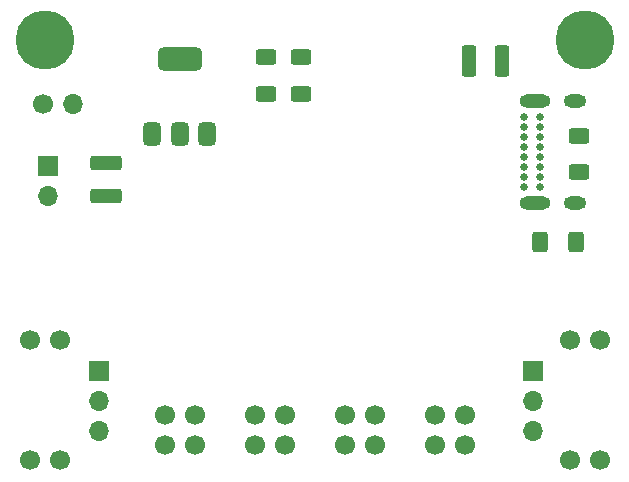
<source format=gbr>
%TF.GenerationSoftware,KiCad,Pcbnew,8.0.4*%
%TF.CreationDate,2024-08-06T00:30:12-04:00*%
%TF.ProjectId,ESP32-C3-BreadBoardAdapter,45535033-322d-4433-932d-427265616442,rev?*%
%TF.SameCoordinates,Original*%
%TF.FileFunction,Soldermask,Bot*%
%TF.FilePolarity,Negative*%
%FSLAX46Y46*%
G04 Gerber Fmt 4.6, Leading zero omitted, Abs format (unit mm)*
G04 Created by KiCad (PCBNEW 8.0.4) date 2024-08-06 00:30:12*
%MOMM*%
%LPD*%
G01*
G04 APERTURE LIST*
G04 Aperture macros list*
%AMRoundRect*
0 Rectangle with rounded corners*
0 $1 Rounding radius*
0 $2 $3 $4 $5 $6 $7 $8 $9 X,Y pos of 4 corners*
0 Add a 4 corners polygon primitive as box body*
4,1,4,$2,$3,$4,$5,$6,$7,$8,$9,$2,$3,0*
0 Add four circle primitives for the rounded corners*
1,1,$1+$1,$2,$3*
1,1,$1+$1,$4,$5*
1,1,$1+$1,$6,$7*
1,1,$1+$1,$8,$9*
0 Add four rect primitives between the rounded corners*
20,1,$1+$1,$2,$3,$4,$5,0*
20,1,$1+$1,$4,$5,$6,$7,0*
20,1,$1+$1,$6,$7,$8,$9,0*
20,1,$1+$1,$8,$9,$2,$3,0*%
G04 Aperture macros list end*
%ADD10C,1.700000*%
%ADD11O,1.700000X1.700000*%
%ADD12C,0.660400*%
%ADD13O,1.905000X1.117600*%
%ADD14O,2.616200X1.117600*%
%ADD15R,1.700000X1.700000*%
%ADD16C,5.000000*%
%ADD17RoundRect,0.250000X-0.625000X0.400000X-0.625000X-0.400000X0.625000X-0.400000X0.625000X0.400000X0*%
%ADD18RoundRect,0.250000X-0.375000X-1.075000X0.375000X-1.075000X0.375000X1.075000X-0.375000X1.075000X0*%
%ADD19RoundRect,0.250000X0.625000X-0.400000X0.625000X0.400000X-0.625000X0.400000X-0.625000X-0.400000X0*%
%ADD20RoundRect,0.250000X0.400000X0.625000X-0.400000X0.625000X-0.400000X-0.625000X0.400000X-0.625000X0*%
%ADD21RoundRect,0.375000X0.375000X-0.625000X0.375000X0.625000X-0.375000X0.625000X-0.375000X-0.625000X0*%
%ADD22RoundRect,0.500000X1.400000X-0.500000X1.400000X0.500000X-1.400000X0.500000X-1.400000X-0.500000X0*%
%ADD23RoundRect,0.250000X-1.075000X0.375000X-1.075000X-0.375000X1.075000X-0.375000X1.075000X0.375000X0*%
G04 APERTURE END LIST*
D10*
%TO.C,J6*%
X114865000Y-64812500D03*
D11*
X117405000Y-64812500D03*
%TD*%
D12*
%TO.C,J2*%
X155582435Y-71835557D03*
X155582435Y-70985556D03*
X155582435Y-70135558D03*
X155582435Y-69285557D03*
X155582435Y-68435556D03*
X155582435Y-67585555D03*
X155582435Y-66735557D03*
X155582435Y-65885556D03*
X156932435Y-65885556D03*
X156932435Y-66735557D03*
X156932435Y-67585555D03*
X156932435Y-68435556D03*
X156932435Y-69285557D03*
X156932435Y-70135558D03*
X156932435Y-70985556D03*
X156932435Y-71835557D03*
D13*
X159947435Y-73185542D03*
X159947435Y-64535572D03*
D14*
X156562436Y-73185557D03*
X156562435Y-64535572D03*
%TD*%
D15*
%TO.C,J4*%
X156340000Y-87400000D03*
D11*
X156340000Y-89940000D03*
X156340000Y-92480000D03*
%TD*%
D15*
%TO.C,J1*%
X115340000Y-70060000D03*
D11*
X115340000Y-72600000D03*
%TD*%
D10*
%TO.C,ESP32-C3*%
X125170000Y-91190000D03*
X125170000Y-93730000D03*
X127710000Y-91190000D03*
X127710000Y-93730000D03*
X132790000Y-91190000D03*
X132790000Y-93730000D03*
X135330000Y-91190000D03*
X135330000Y-93730000D03*
X140410000Y-91190000D03*
X140410000Y-93730000D03*
X142950000Y-91190000D03*
X142950000Y-93730000D03*
X148030000Y-91190000D03*
X148030000Y-93730000D03*
X150570000Y-91190000D03*
X150570000Y-93730000D03*
X116280000Y-84840000D03*
X116280000Y-95000000D03*
X162000000Y-84840000D03*
X162000000Y-95000000D03*
D16*
X115010000Y-59440000D03*
X160730000Y-59440000D03*
D10*
X113740000Y-84840000D03*
X113740000Y-95000000D03*
X159460000Y-84840000D03*
X159460000Y-95000000D03*
%TD*%
D15*
%TO.C,J3*%
X119640000Y-87400000D03*
D11*
X119640000Y-89940000D03*
X119640000Y-92480000D03*
%TD*%
D17*
%TO.C,R5*%
X136740000Y-60850000D03*
X136740000Y-63950000D03*
%TD*%
D18*
%TO.C,D2*%
X150940000Y-61200000D03*
X153740000Y-61200000D03*
%TD*%
D19*
%TO.C,R1*%
X160250000Y-70600000D03*
X160250000Y-67500000D03*
%TD*%
D20*
%TO.C,R2*%
X160050000Y-76500000D03*
X156950000Y-76500000D03*
%TD*%
D21*
%TO.C,U2*%
X128740000Y-67350000D03*
X126440000Y-67350000D03*
X124140000Y-67350000D03*
D22*
X126440000Y-61050000D03*
%TD*%
D17*
%TO.C,R6*%
X133740000Y-60850000D03*
X133740000Y-63950000D03*
%TD*%
D23*
%TO.C,D1*%
X120240000Y-69800000D03*
X120240000Y-72600000D03*
%TD*%
M02*

</source>
